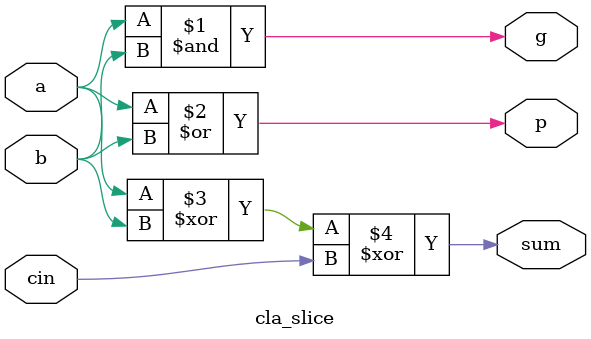
<source format=v>
module cla_slice(
   input a, 
   input b,
   input cin, // Determined using other generate and propagates.
   output sum,
   output g, // Generate
   output p // Propagate
);

   assign g = a & b;

   assign p = a | b;

   assign sum = a ^ b ^ cin;

   endmodule
   
</source>
